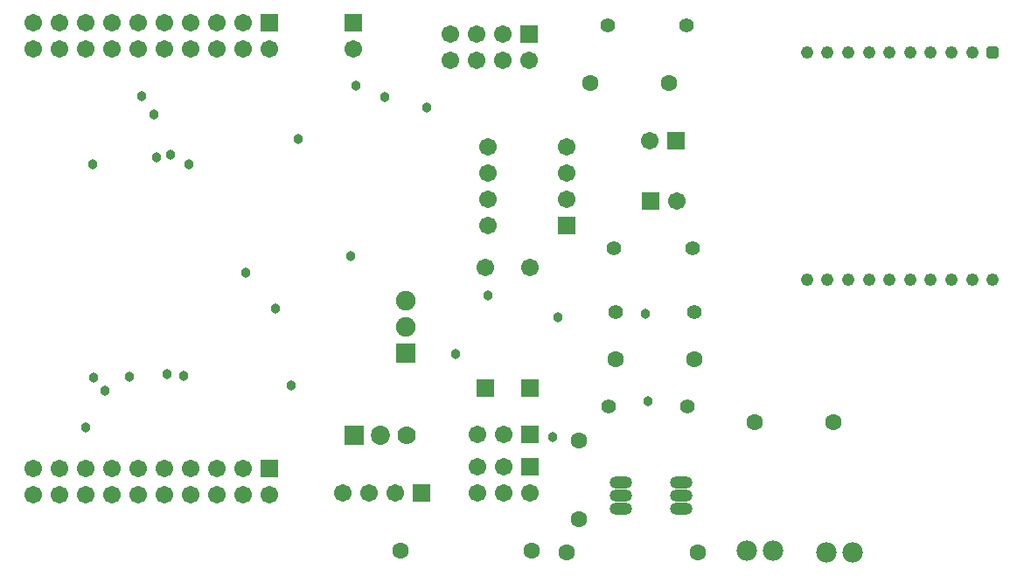
<source format=gbs>
G04 Layer_Color=16711935*
%FSLAX25Y25*%
%MOIN*%
G70*
G01*
G75*
%ADD19C,0.07000*%
%ADD48C,0.05524*%
%ADD49C,0.07800*%
%ADD50C,0.06312*%
%ADD51C,0.07493*%
%ADD52R,0.07493X0.07493*%
%ADD53C,0.06706*%
%ADD54R,0.06706X0.06706*%
%ADD55C,0.07300*%
%ADD56R,0.07300X0.07300*%
%ADD57R,0.06706X0.06706*%
%ADD58O,0.08674X0.04737*%
%ADD59O,0.08674X0.04737*%
G04:AMPARAMS|DCode=60|XSize=48mil|YSize=48mil|CornerRadius=14mil|HoleSize=0mil|Usage=FLASHONLY|Rotation=270.000|XOffset=0mil|YOffset=0mil|HoleType=Round|Shape=RoundedRectangle|*
%AMROUNDEDRECTD60*
21,1,0.04800,0.02000,0,0,270.0*
21,1,0.02000,0.04800,0,0,270.0*
1,1,0.02800,-0.01000,-0.01000*
1,1,0.02800,-0.01000,0.01000*
1,1,0.02800,0.01000,0.01000*
1,1,0.02800,0.01000,-0.01000*
%
%ADD60ROUNDEDRECTD60*%
%ADD61C,0.04800*%
%ADD62C,0.03800*%
D19*
X272500Y137500D02*
D03*
D48*
X382000Y184500D02*
D03*
X352000D02*
D03*
X349500Y148500D02*
D03*
X379500D02*
D03*
X379000Y294000D02*
D03*
X349000D02*
D03*
X381500Y209000D02*
D03*
X351500D02*
D03*
D49*
X442500Y93000D02*
D03*
X432500D02*
D03*
X412000Y93500D02*
D03*
X402000D02*
D03*
D50*
X270000D02*
D03*
X320000D02*
D03*
X333500Y93000D02*
D03*
X383500D02*
D03*
X352000Y166500D02*
D03*
X382000D02*
D03*
X338000Y135500D02*
D03*
Y105500D02*
D03*
X405000Y142500D02*
D03*
X435000D02*
D03*
X342500Y272000D02*
D03*
X372500D02*
D03*
D51*
X272000Y189000D02*
D03*
Y179000D02*
D03*
D52*
Y169000D02*
D03*
D53*
X302500Y201433D02*
D03*
X319500D02*
D03*
X309500Y138000D02*
D03*
X299500D02*
D03*
X319500Y115500D02*
D03*
X309500Y125500D02*
D03*
Y115500D02*
D03*
X299500Y125500D02*
D03*
Y115500D02*
D03*
X252000Y285000D02*
D03*
X365000Y250000D02*
D03*
X375500Y227000D02*
D03*
X248000Y115500D02*
D03*
X258000D02*
D03*
X268000D02*
D03*
X289000Y280500D02*
D03*
Y290500D02*
D03*
X299000Y280500D02*
D03*
Y290500D02*
D03*
X309000Y280500D02*
D03*
Y290500D02*
D03*
X319000Y280500D02*
D03*
X130000Y115000D02*
D03*
X140000D02*
D03*
X150000D02*
D03*
X160000D02*
D03*
X170000D02*
D03*
X180000D02*
D03*
X190000D02*
D03*
X200000D02*
D03*
X210000D02*
D03*
X220000D02*
D03*
X130000Y125000D02*
D03*
X140000D02*
D03*
X150000D02*
D03*
X160000D02*
D03*
X170000D02*
D03*
X180000D02*
D03*
X190000D02*
D03*
X200000D02*
D03*
X210000D02*
D03*
X333500Y227500D02*
D03*
Y237500D02*
D03*
Y247500D02*
D03*
X303500Y217500D02*
D03*
Y227500D02*
D03*
Y237500D02*
D03*
Y247500D02*
D03*
X130000Y285000D02*
D03*
X140000D02*
D03*
X150000D02*
D03*
X160000D02*
D03*
X170000D02*
D03*
X180000D02*
D03*
X190000D02*
D03*
X200000D02*
D03*
X210000D02*
D03*
X220000D02*
D03*
X130000Y295000D02*
D03*
X140000D02*
D03*
X150000D02*
D03*
X160000D02*
D03*
X170000D02*
D03*
X180000D02*
D03*
X190000D02*
D03*
X200000D02*
D03*
X210000D02*
D03*
D54*
X302500Y155567D02*
D03*
X319500D02*
D03*
X252000Y295000D02*
D03*
D55*
X262500Y137500D02*
D03*
D56*
X252500D02*
D03*
D57*
X319500Y138000D02*
D03*
Y125500D02*
D03*
X375000Y250000D02*
D03*
X365500Y227000D02*
D03*
X278000Y115500D02*
D03*
X319000Y290500D02*
D03*
X220000Y125000D02*
D03*
X333500Y217500D02*
D03*
X220000Y295000D02*
D03*
D58*
X354000Y109500D02*
D03*
Y119500D02*
D03*
X377000Y109500D02*
D03*
Y119500D02*
D03*
D59*
X354000Y114500D02*
D03*
X377000D02*
D03*
D60*
X495791Y283500D02*
D03*
D61*
X487917D02*
D03*
X480043D02*
D03*
X472169D02*
D03*
X464295D02*
D03*
X456421D02*
D03*
X448547D02*
D03*
X440673D02*
D03*
X432799D02*
D03*
X424925D02*
D03*
Y196886D02*
D03*
X432799D02*
D03*
X440673D02*
D03*
X448547D02*
D03*
X456421D02*
D03*
X464295D02*
D03*
X472169D02*
D03*
X480043D02*
D03*
X487917D02*
D03*
X495791D02*
D03*
D62*
X171500Y267000D02*
D03*
X187185Y160315D02*
D03*
X330000Y182500D02*
D03*
X363500Y184000D02*
D03*
X303500Y191000D02*
D03*
X364500Y150500D02*
D03*
X328000Y137000D02*
D03*
X291000Y168500D02*
D03*
X251000Y206000D02*
D03*
X231000Y250500D02*
D03*
X264000Y266500D02*
D03*
X253000Y271000D02*
D03*
X228500Y156500D02*
D03*
X211000Y199500D02*
D03*
X222500Y186000D02*
D03*
X280000Y262500D02*
D03*
X150000Y140500D02*
D03*
X166595Y160000D02*
D03*
X157500Y154500D02*
D03*
X153000Y159500D02*
D03*
X152815Y241000D02*
D03*
X182343Y244500D02*
D03*
X189500Y241000D02*
D03*
X176000Y260000D02*
D03*
X176969Y243500D02*
D03*
X181000Y161000D02*
D03*
M02*

</source>
